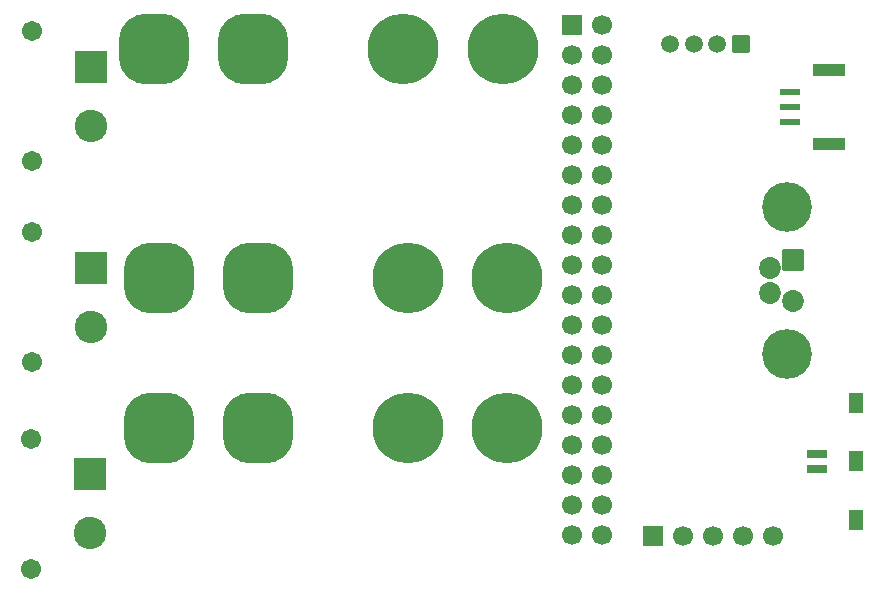
<source format=gbr>
%TF.GenerationSoftware,KiCad,Pcbnew,9.0.4*%
%TF.CreationDate,2025-12-04T18:39:57-05:00*%
%TF.ProjectId,Slipring Board,536c6970-7269-46e6-9720-426f6172642e,rev?*%
%TF.SameCoordinates,Original*%
%TF.FileFunction,Soldermask,Top*%
%TF.FilePolarity,Negative*%
%FSLAX46Y46*%
G04 Gerber Fmt 4.6, Leading zero omitted, Abs format (unit mm)*
G04 Created by KiCad (PCBNEW 9.0.4) date 2025-12-04 18:39:57*
%MOMM*%
%LPD*%
G01*
G04 APERTURE LIST*
G04 Aperture macros list*
%AMRoundRect*
0 Rectangle with rounded corners*
0 $1 Rounding radius*
0 $2 $3 $4 $5 $6 $7 $8 $9 X,Y pos of 4 corners*
0 Add a 4 corners polygon primitive as box body*
4,1,4,$2,$3,$4,$5,$6,$7,$8,$9,$2,$3,0*
0 Add four circle primitives for the rounded corners*
1,1,$1+$1,$2,$3*
1,1,$1+$1,$4,$5*
1,1,$1+$1,$6,$7*
1,1,$1+$1,$8,$9*
0 Add four rect primitives between the rounded corners*
20,1,$1+$1,$2,$3,$4,$5,0*
20,1,$1+$1,$4,$5,$6,$7,0*
20,1,$1+$1,$6,$7,$8,$9,0*
20,1,$1+$1,$8,$9,$2,$3,0*%
G04 Aperture macros list end*
%ADD10R,1.700000X1.700000*%
%ADD11C,1.700000*%
%ADD12RoundRect,0.102000X1.275000X-1.275000X1.275000X1.275000X-1.275000X1.275000X-1.275000X-1.275000X0*%
%ADD13C,2.754000*%
%ADD14C,1.712000*%
%ADD15RoundRect,0.102000X-0.654000X-0.654000X0.654000X-0.654000X0.654000X0.654000X-0.654000X0.654000X0*%
%ADD16C,1.512000*%
%ADD17R,1.701800X0.609600*%
%ADD18R,2.794000X0.990600*%
%ADD19RoundRect,0.102000X-0.825000X0.825000X-0.825000X-0.825000X0.825000X-0.825000X0.825000X0.825000X0*%
%ADD20C,1.854000*%
%ADD21C,4.220000*%
%ADD22R,1.803400X0.660400*%
%ADD23R,1.295400X1.803400*%
%ADD24RoundRect,2.400000X-0.600000X0.600000X-0.600000X-0.600000X0.600000X-0.600000X0.600000X0.600000X0*%
%ADD25RoundRect,2.400000X-0.600000X-0.600000X0.600000X-0.600000X0.600000X0.600000X-0.600000X0.600000X0*%
%ADD26C,6.000000*%
G04 APERTURE END LIST*
D10*
%TO.C,J8*%
X63725000Y-17000000D03*
D11*
X66265000Y-17000000D03*
X63725000Y-19540000D03*
X66265000Y-19540000D03*
X63725000Y-22080000D03*
X66265000Y-22080000D03*
X63725000Y-24620000D03*
X66265000Y-24620000D03*
X63725000Y-27160000D03*
X66265000Y-27160000D03*
X63725000Y-29700000D03*
X66265000Y-29700000D03*
X63725000Y-32240000D03*
X66265000Y-32240000D03*
X63725000Y-34780000D03*
X66265000Y-34780000D03*
X63725000Y-37320000D03*
X66265000Y-37320000D03*
X63725000Y-39860000D03*
X66265000Y-39860000D03*
X63725000Y-42400000D03*
X66265000Y-42400000D03*
X63725000Y-44940000D03*
X66265000Y-44940000D03*
X63725000Y-47480000D03*
X66265000Y-47480000D03*
X63725000Y-50020000D03*
X66265000Y-50020000D03*
X63725000Y-52560000D03*
X66265000Y-52560000D03*
X63725000Y-55100000D03*
X66265000Y-55100000D03*
X63725000Y-57640000D03*
X66265000Y-57640000D03*
X63725000Y-60180000D03*
X66265000Y-60180000D03*
%TD*%
D12*
%TO.C,J2*%
X23000000Y-37500000D03*
D13*
X23000000Y-42500000D03*
D14*
X18000000Y-34500000D03*
X18000000Y-45500000D03*
%TD*%
D15*
%TO.C,J7*%
X78000000Y-18550000D03*
D16*
X76000000Y-18550000D03*
X74000000Y-18550000D03*
X72000000Y-18550000D03*
%TD*%
D12*
%TO.C,J3*%
X22900000Y-55000000D03*
D13*
X22900000Y-60000000D03*
D14*
X17900000Y-52000000D03*
X17900000Y-63000000D03*
%TD*%
D10*
%TO.C,J9*%
X70520000Y-60200000D03*
D11*
X73060000Y-60200000D03*
X75600000Y-60200000D03*
X78140000Y-60200000D03*
X80680000Y-60200000D03*
%TD*%
D12*
%TO.C,J1*%
X23000000Y-20500000D03*
D13*
X23000000Y-25500000D03*
D14*
X18000000Y-17500000D03*
X18000000Y-28500000D03*
%TD*%
D17*
%TO.C,J6*%
X82123500Y-25150000D03*
X82123500Y-23900000D03*
X82123500Y-22650000D03*
D18*
X85473501Y-26999999D03*
X85473501Y-20800001D03*
%TD*%
D19*
%TO.C,J5*%
X82362500Y-36900000D03*
D20*
X80412500Y-37525000D03*
X82362500Y-40300000D03*
X80412500Y-39675000D03*
D21*
X81862500Y-32350000D03*
X81862500Y-44850000D03*
%TD*%
D22*
%TO.C,J4*%
X84393700Y-53275000D03*
X84393700Y-54525000D03*
D23*
X87743701Y-58850000D03*
X87743701Y-53900000D03*
X87743701Y-48950000D03*
%TD*%
D24*
%TO.C,F1*%
X28317500Y-19000000D03*
D25*
X36717500Y-19000000D03*
D26*
X49417500Y-19000000D03*
X57817500Y-19000000D03*
%TD*%
D24*
%TO.C,F3*%
X28717500Y-51100000D03*
D25*
X37117500Y-51100000D03*
D26*
X49817500Y-51100000D03*
X58217500Y-51100000D03*
%TD*%
D24*
%TO.C,F2*%
X28717500Y-38400000D03*
D25*
X37117500Y-38400000D03*
D26*
X49817500Y-38400000D03*
X58217500Y-38400000D03*
%TD*%
M02*

</source>
